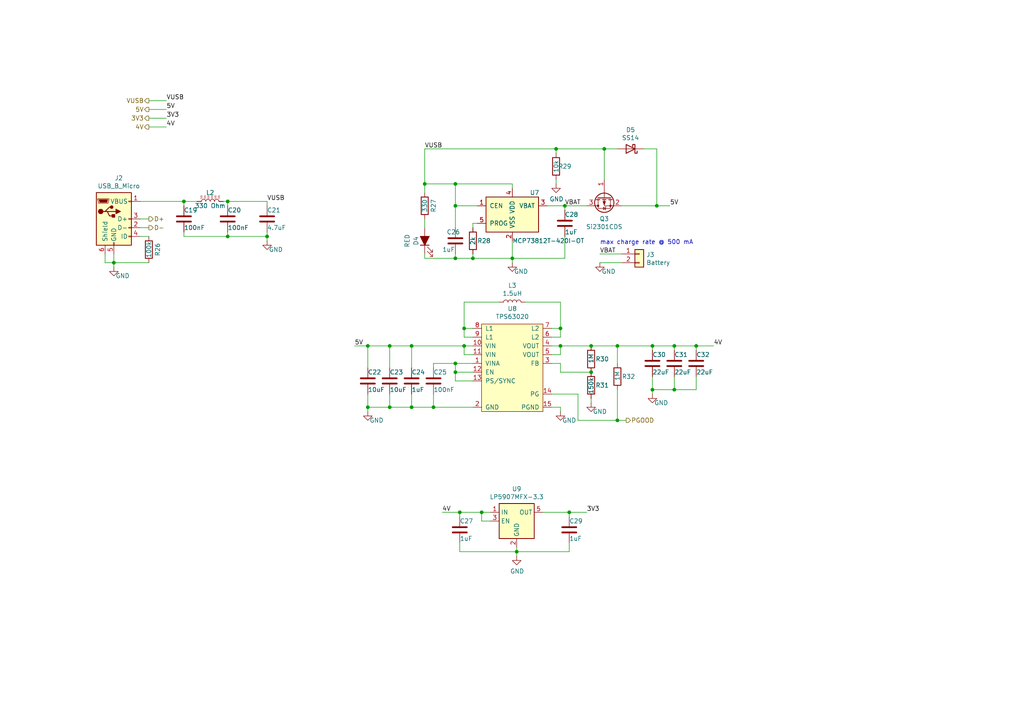
<source format=kicad_sch>
(kicad_sch (version 20211123) (generator eeschema)
  (paper "A4")
  (title_block (title "GPS Tracker Basic") (date "2020-11-07") (rev "1") (company "Sevlacnog Enterprises"))
  (lib_symbols
    (symbol "Battery_Management:MCP73812T-420I-OT" (pin_names (offset 1.016))
      (property "Reference" "U" (at -6.35 6.35 0))
      (property "Value" "MCP73812T-420I-OT" (at 1.27 6.35 0))
      (symbol "MCP73812T-420I-OT_0_1"
        (rectangle (start -7.62 5.08) (end 7.62 -5.08) (stroke (width 0.254)) (fill (type background)))
      )
      (symbol "MCP73812T-420I-OT_1_1"
        (pin input line (at -10.16 2.54 0) (length 2.54) (name "CEN") (number "1"))
        (pin power_in line (at 0 -7.62 90) (length 2.54) (name "VSS") (number "2"))
        (pin power_out line (at 10.16 2.54 180) (length 2.54) (name "VBAT") (number "3"))
        (pin power_in line (at 0 7.62 270) (length 2.54) (name "VDD") (number "4"))
        (pin input line (at -10.16 -2.54 0) (length 2.54) (name "PROG") (number "5"))
      )
    )
    (symbol "Connector:USB_B_Micro" (pin_names (offset 1.016))
      (property "Reference" "J" (at -5.08 11.43 0))
      (property "Value" "USB_B_Micro" (at -5.08 8.89 0))
      (symbol "USB_B_Micro_0_1"
        (rectangle (start -5.08 -7.62) (end 5.08 7.62) (stroke (width 0.254)) (fill (type background)))
        (circle (center -3.81 2.159) (radius 0.635) (stroke (width 0.254)) (fill (type outline)))
        (circle (center -0.635 3.429) (radius 0.381) (stroke (width 0.254)) (fill (type outline)))
        (rectangle (start -0.127 -7.62) (end 0.127 -6.858))
        (polyline (pts (xy -1.905 2.159) (xy 0.635 2.159)) (stroke (width 0.254)))
        (polyline (pts (xy -3.175 2.159) (xy -2.54 2.159) (xy -1.27 3.429) (xy -0.635 3.429)) (stroke (width 0.254)))
        (polyline (pts (xy -2.54 2.159) (xy -1.905 2.159) (xy -1.27 0.889) (xy 0 0.889)) (stroke (width 0.254)))
        (polyline (pts (xy 0.635 2.794) (xy 0.635 1.524) (xy 1.905 2.159) (xy 0.635 2.794)) (stroke (width 0.254)) (fill (type outline)))
        (polyline (pts (xy -4.318 5.588) (xy -1.778 5.588) (xy -2.032 4.826) (xy -4.064 4.826) (xy -4.318 5.588)) (fill (type outline)))
        (polyline (pts (xy -4.699 5.842) (xy -4.699 5.588) (xy -4.445 4.826) (xy -4.445 4.572) (xy -1.651 4.572) (xy -1.651 4.826) (xy -1.397 5.588) (xy -1.397 5.842) (xy -4.699 5.842)))
        (rectangle (start 0.254 1.27) (end -0.508 0.508) (stroke (width 0.254)) (fill (type outline)))
        (rectangle (start 5.08 -5.207) (end 4.318 -4.953))
        (rectangle (start 5.08 -2.667) (end 4.318 -2.413))
        (rectangle (start 5.08 -0.127) (end 4.318 0.127))
        (rectangle (start 5.08 4.953) (end 4.318 5.207))
      )
      (symbol "USB_B_Micro_1_1"
        (pin power_out line (at 7.62 5.08 180) (length 2.54) (name "VBUS") (number "1"))
        (pin bidirectional line (at 7.62 -2.54 180) (length 2.54) (name "D-") (number "2"))
        (pin bidirectional line (at 7.62 0 180) (length 2.54) (name "D+") (number "3"))
        (pin passive line (at 7.62 -5.08 180) (length 2.54) (name "ID") (number "4"))
        (pin power_out line (at 0 -10.16 90) (length 2.54) (name "GND") (number "5"))
        (pin passive line (at -2.54 -10.16 90) (length 2.54) (name "Shield") (number "6"))
      )
    )
    (symbol "Connector_Generic:Conn_01x02" (pin_names (offset 1.016) hide)
      (property "Reference" "J" (at 0 2.54 0))
      (property "Value" "Conn_01x02" (at 0 -5.08 0))
      (symbol "Conn_01x02_1_1"
        (rectangle (start -1.27 -2.413) (end 0 -2.667) (stroke (width 0.1524)))
        (rectangle (start -1.27 0.127) (end 0 -0.127) (stroke (width 0.1524)))
        (rectangle (start -1.27 1.27) (end 1.27 -3.81) (stroke (width 0.254)) (fill (type background)))
        (pin passive line (at -5.08 0 0) (length 3.81) (name "Pin_1") (number "1"))
        (pin passive line (at -5.08 -2.54 0) (length 3.81) (name "Pin_2") (number "2"))
      )
    )
    (symbol "Device:C" (pin_numbers hide) (pin_names (offset 0.254))
      (property "Reference" "C" (at 0.635 2.54 0))
      (property "Value" "C" (at 0.635 -2.54 0))
      (symbol "C_0_1"
        (polyline (pts (xy -2.032 -0.762) (xy 2.032 -0.762)) (stroke (width 0.508)))
        (polyline (pts (xy -2.032 0.762) (xy 2.032 0.762)) (stroke (width 0.508)))
      )
      (symbol "C_1_1"
        (pin passive line (at 0 3.81 270) (length 2.794) (name "~") (number "1"))
        (pin passive line (at 0 -3.81 90) (length 2.794) (name "~") (number "2"))
      )
    )
    (symbol "Device:D_Schottky" (pin_numbers hide) (pin_names (offset 1.016) hide)
      (property "Reference" "D" (at 0 2.54 0))
      (property "Value" "D_Schottky" (at 0 -2.54 0))
      (symbol "D_Schottky_0_1"
        (polyline (pts (xy 1.27 0) (xy -1.27 0)))
        (polyline (pts (xy 1.27 1.27) (xy 1.27 -1.27) (xy -1.27 0) (xy 1.27 1.27)) (stroke (width 0.254)))
        (polyline (pts (xy -1.905 0.635) (xy -1.905 1.27) (xy -1.27 1.27) (xy -1.27 -1.27) (xy -0.635 -1.27) (xy -0.635 -0.635)) (stroke (width 0.254)))
      )
      (symbol "D_Schottky_1_1"
        (pin passive line (at -3.81 0 0) (length 2.54) (name "K") (number "1"))
        (pin passive line (at 3.81 0 180) (length 2.54) (name "A") (number "2"))
      )
    )
    (symbol "Device:L" (pin_numbers hide) (pin_names (offset 1.016) hide)
      (property "Reference" "L" (at -1.27 0 90))
      (property "Value" "L" (at 1.905 0 90))
      (symbol "L_0_1"
        (arc (start 0 -2.54) (mid 0.635 -1.905) (end 0 -1.27))
        (arc (start 0 -1.27) (mid 0.635 -0.635) (end 0 0))
        (arc (start 0 0) (mid 0.635 0.635) (end 0 1.27))
        (arc (start 0 1.27) (mid 0.635 1.905) (end 0 2.54))
      )
      (symbol "L_1_1"
        (pin passive line (at 0 3.81 270) (length 1.27) (name "1") (number "1"))
        (pin passive line (at 0 -3.81 90) (length 1.27) (name "2") (number "2"))
      )
    )
    (symbol "Device:LED_ALT" (pin_numbers hide) (pin_names (offset 1.016) hide)
      (property "Reference" "D" (at 0 2.54 0))
      (property "Value" "Device_LED_ALT" (at 0 -2.54 0))
      (symbol "LED_ALT_0_1"
        (polyline (pts (xy -1.27 -1.27) (xy -1.27 1.27)) (stroke (width 0.254)))
        (polyline (pts (xy -1.27 0) (xy 1.27 0)))
        (polyline (pts (xy 1.27 -1.27) (xy 1.27 1.27) (xy -1.27 0) (xy 1.27 -1.27)) (stroke (width 0.254)) (fill (type outline)))
        (polyline (pts (xy -3.048 -0.762) (xy -4.572 -2.286) (xy -3.81 -2.286) (xy -4.572 -2.286) (xy -4.572 -1.524)))
        (polyline (pts (xy -1.778 -0.762) (xy -3.302 -2.286) (xy -2.54 -2.286) (xy -3.302 -2.286) (xy -3.302 -1.524)))
      )
      (symbol "LED_ALT_1_1"
        (pin passive line (at -3.81 0 0) (length 2.54) (name "K") (number "1"))
        (pin passive line (at 3.81 0 180) (length 2.54) (name "A") (number "2"))
      )
    )
    (symbol "Device:L_Core_Ferrite" (pin_numbers hide) (pin_names (offset 1.016) hide)
      (property "Reference" "L" (at -1.27 0 90))
      (property "Value" "Device_L_Core_Ferrite" (at 2.794 0 90))
      (symbol "L_Core_Ferrite_0_1"
        (arc (start 0 -2.54) (mid 0.635 -1.905) (end 0 -1.27))
        (arc (start 0 -1.27) (mid 0.635 -0.635) (end 0 0))
        (polyline (pts (xy 1.016 -2.794) (xy 1.016 -2.286)))
        (polyline (pts (xy 1.016 -1.778) (xy 1.016 -1.27)))
        (polyline (pts (xy 1.016 -0.762) (xy 1.016 -0.254)))
        (polyline (pts (xy 1.016 0.254) (xy 1.016 0.762)))
        (polyline (pts (xy 1.016 1.27) (xy 1.016 1.778)))
        (polyline (pts (xy 1.016 2.286) (xy 1.016 2.794)))
        (polyline (pts (xy 1.524 -2.286) (xy 1.524 -2.794)))
        (polyline (pts (xy 1.524 -1.27) (xy 1.524 -1.778)))
        (polyline (pts (xy 1.524 -0.254) (xy 1.524 -0.762)))
        (polyline (pts (xy 1.524 0.762) (xy 1.524 0.254)))
        (polyline (pts (xy 1.524 1.778) (xy 1.524 1.27)))
        (polyline (pts (xy 1.524 2.794) (xy 1.524 2.286)))
        (arc (start 0 0) (mid 0.635 0.635) (end 0 1.27))
        (arc (start 0 1.27) (mid 0.635 1.905) (end 0 2.54))
      )
      (symbol "L_Core_Ferrite_1_1"
        (pin passive line (at 0 3.81 270) (length 1.27) (name "1") (number "1"))
        (pin passive line (at 0 -3.81 90) (length 1.27) (name "2") (number "2"))
      )
    )
    (symbol "Device:Q_PMOS_GSD" (pin_names (offset 0) hide)
      (property "Reference" "Q" (at 5.08 1.27 0))
      (property "Value" "Q_PMOS_GSD" (at 5.08 -1.27 0))
      (symbol "Q_PMOS_GSD_0_1"
        (polyline (pts (xy 0.254 0) (xy -2.54 0)))
        (polyline (pts (xy 0.254 1.905) (xy 0.254 -1.905)) (stroke (width 0.254)))
        (polyline (pts (xy 0.762 -1.27) (xy 0.762 -2.286)) (stroke (width 0.254)))
        (polyline (pts (xy 0.762 0.508) (xy 0.762 -0.508)) (stroke (width 0.254)))
        (polyline (pts (xy 0.762 2.286) (xy 0.762 1.27)) (stroke (width 0.254)))
        (polyline (pts (xy 2.54 2.54) (xy 2.54 1.778)))
        (polyline (pts (xy 2.54 -2.54) (xy 2.54 0) (xy 0.762 0)))
        (polyline (pts (xy 0.762 1.778) (xy 3.302 1.778) (xy 3.302 -1.778) (xy 0.762 -1.778)))
        (polyline (pts (xy 2.286 0) (xy 1.27 0.381) (xy 1.27 -0.381) (xy 2.286 0)) (fill (type outline)))
        (polyline (pts (xy 2.794 -0.508) (xy 2.921 -0.381) (xy 3.683 -0.381) (xy 3.81 -0.254)))
        (polyline (pts (xy 3.302 -0.381) (xy 2.921 0.254) (xy 3.683 0.254) (xy 3.302 -0.381)))
        (circle (center 1.651 0) (radius 2.794) (stroke (width 0.254)))
        (circle (center 2.54 -1.778) (radius 0.254) (fill (type outline)))
        (circle (center 2.54 1.778) (radius 0.254) (fill (type outline)))
      )
      (symbol "Q_PMOS_GSD_1_1"
        (pin input line (at -5.08 0 0) (length 2.54) (name "G") (number "1"))
        (pin passive line (at 2.54 -5.08 90) (length 2.54) (name "S") (number "2"))
        (pin passive line (at 2.54 5.08 270) (length 2.54) (name "D") (number "3"))
      )
    )
    (symbol "Device:R" (pin_numbers hide) (pin_names (offset 0))
      (property "Reference" "R" (at 2.032 0 90))
      (property "Value" "R" (at 0 0 90))
      (symbol "R_0_1"
        (rectangle (start -1.016 -2.54) (end 1.016 2.54) (stroke (width 0.254)))
      )
      (symbol "R_1_1"
        (pin passive line (at 0 3.81 270) (length 1.27) (name "~") (number "1"))
        (pin passive line (at 0 -3.81 90) (length 1.27) (name "~") (number "2"))
      )
    )
    (symbol "Regulator_Linear:LP5907MFX-3.3"
      (property "Reference" "U" (at -3.81 6.35 0))
      (property "Value" "LP5907MFX-3.3" (at 6.35 6.35 0))
      (symbol "LP5907MFX-3.3_0_1"
        (rectangle (start -5.08 -5.08) (end 5.08 5.08) (stroke (width 0.254)) (fill (type background)))
        (pin power_in line (at -7.62 2.54 0) (length 2.54) (name "IN") (number "1"))
        (pin power_in line (at 0 -7.62 90) (length 2.54) (name "GND") (number "2"))
        (pin input line (at -7.62 0 0) (length 2.54) (name "EN") (number "3"))
        (pin no_connect line (at 5.08 0 180) (length 2.54) hide (name "NC") (number "4"))
        (pin power_out line (at 7.62 2.54 180) (length 2.54) (name "OUT") (number "5"))
      )
    )
    (symbol "gps_tracker:TPS63020" (pin_names (offset 1.016))
      (property "Reference" "U" (at 5.08 13.97 0))
      (property "Value" "TPS63020" (at 0 -13.97 0))
      (symbol "TPS63020_0_1"
        (rectangle (start -8.89 12.7) (end 8.89 -12.7) (fill (type background)))
      )
      (symbol "TPS63020_1_1"
        (pin input line (at -11.43 1.27 0) (length 2.54) (name "VINA") (number "1"))
        (pin input line (at -11.43 6.35 0) (length 2.54) (name "VIN") (number "10"))
        (pin input line (at -11.43 3.81 0) (length 2.54) (name "VIN") (number "11"))
        (pin input line (at -11.43 -1.27 0) (length 2.54) (name "EN") (number "12"))
        (pin input line (at -11.43 -3.81 0) (length 2.54) (name "PS/SYNC") (number "13"))
        (pin output line (at 11.43 -7.62 180) (length 2.54) (name "PG") (number "14"))
        (pin passive line (at 11.43 -11.43 180) (length 2.54) (name "PGND") (number "15"))
        (pin input line (at -11.43 -11.43 0) (length 2.54) (name "GND") (number "2"))
        (pin input line (at 11.43 1.27 180) (length 2.54) (name "FB") (number "3"))
        (pin output line (at 11.43 6.35 180) (length 2.54) (name "VOUT") (number "4"))
        (pin passive line (at 11.43 3.81 180) (length 2.54) (name "VOUT") (number "5"))
        (pin input line (at 11.43 8.89 180) (length 2.54) (name "L2") (number "6"))
        (pin input line (at 11.43 11.43 180) (length 2.54) (name "L2") (number "7"))
        (pin input line (at -11.43 11.43 0) (length 2.54) (name "L1") (number "8"))
        (pin input line (at -11.43 8.89 0) (length 2.54) (name "L1") (number "9"))
      )
    )
    (symbol "power:GND" (power) (pin_names (offset 0))
      (property "Value" "GND" (at 0 -3.81 0))
      (symbol "GND_0_1"
        (polyline (pts (xy 0 0) (xy 0 -1.27) (xy 1.27 -1.27) (xy 0 -2.54) (xy -1.27 -1.27) (xy 0 -1.27)))
      )
      (symbol "GND_1_1"
        (pin power_in line (at 0 0 270) (length 0) hide (name "GND") (number "1"))
      )
    )
  )
  (junction (at 171.45 100.33))
  (junction (at 132.08 59.69))
  (junction (at 195.58 113.03))
  (junction (at 33.02 76.2))
  (junction (at 132.08 53.34))
  (junction (at 195.58 100.33))
  (junction (at 123.19 53.34))
  (junction (at 106.68 118.11))
  (junction (at 148.59 74.93))
  (junction (at 125.73 118.11))
  (junction (at 119.38 100.33))
  (junction (at 139.7 148.59))
  (junction (at 179.07 100.33))
  (junction (at 119.38 118.11))
  (junction (at 190.5 59.69))
  (junction (at 113.03 118.11))
  (junction (at 161.29 43.18))
  (junction (at 132.08 105.41))
  (junction (at 162.56 95.25))
  (junction (at 66.04 68.58))
  (junction (at 106.68 100.33))
  (junction (at 162.56 100.33))
  (junction (at 53.34 58.42))
  (junction (at 149.86 160.02))
  (junction (at 163.83 59.69))
  (junction (at 132.08 74.93))
  (junction (at 113.03 100.33))
  (junction (at 165.1 148.59))
  (junction (at 201.93 100.33))
  (junction (at 133.35 148.59))
  (junction (at 134.62 100.33))
  (junction (at 134.62 95.25))
  (junction (at 132.08 107.95))
  (junction (at 189.23 113.03))
  (junction (at 179.07 121.92))
  (junction (at 77.47 68.58))
  (junction (at 66.04 58.42))
  (junction (at 171.45 107.95))
  (junction (at 189.23 100.33))
  (junction (at 137.16 74.93))
  (junction (at 175.26 43.18))
  (wire (pts (xy 148.59 53.34) (xy 132.08 53.34)))
  (wire (pts (xy 149.86 161.29) (xy 149.86 160.02)))
  (wire (pts (xy 137.16 74.93) (xy 148.59 74.93)))
  (wire (pts (xy 171.45 107.95) (xy 162.56 107.95)))
  (wire (pts (xy 66.04 67.31) (xy 66.04 68.58)))
  (wire (pts (xy 132.08 66.04) (xy 132.08 59.69)))
  (wire (pts (xy 180.34 76.2) (xy 173.99 76.2)))
  (wire (pts (xy 160.02 118.11) (xy 162.56 118.11)))
  (wire (pts (xy 179.07 105.41) (xy 179.07 100.33)))
  (wire (pts (xy 137.16 97.79) (xy 134.62 97.79)))
  (wire (pts (xy 64.77 58.42) (xy 66.04 58.42)))
  (wire (pts (xy 53.34 67.31) (xy 53.34 68.58)))
  (wire (pts (xy 134.62 102.87) (xy 134.62 100.33)))
  (wire (pts (xy 162.56 100.33) (xy 171.45 100.33)))
  (wire (pts (xy 179.07 43.18) (xy 175.26 43.18)))
  (wire (pts (xy 119.38 100.33) (xy 134.62 100.33)))
  (wire (pts (xy 137.16 102.87) (xy 134.62 102.87)))
  (wire (pts (xy 119.38 118.11) (xy 125.73 118.11)))
  (wire (pts (xy 162.56 105.41) (xy 162.56 107.95)))
  (wire (pts (xy 106.68 118.11) (xy 113.03 118.11)))
  (wire (pts (xy 165.1 160.02) (xy 165.1 157.48)))
  (wire (pts (xy 162.56 119.38) (xy 162.56 118.11)))
  (wire (pts (xy 190.5 43.18) (xy 190.5 59.69)))
  (wire (pts (xy 189.23 113.03) (xy 189.23 109.22)))
  (wire (pts (xy 134.62 95.25) (xy 134.62 87.63)))
  (wire (pts (xy 161.29 53.34) (xy 161.29 52.07)))
  (wire (pts (xy 57.15 58.42) (xy 53.34 58.42)))
  (wire (pts (xy 142.24 151.13) (xy 139.7 151.13)))
  (wire (pts (xy 195.58 100.33) (xy 201.93 100.33)))
  (wire (pts (xy 162.56 102.87) (xy 162.56 100.33)))
  (wire (pts (xy 201.93 113.03) (xy 195.58 113.03)))
  (wire (pts (xy 123.19 43.18) (xy 161.29 43.18)))
  (wire (pts (xy 133.35 149.86) (xy 133.35 148.59)))
  (wire (pts (xy 180.34 59.69) (xy 190.5 59.69)))
  (wire (pts (xy 163.83 68.58) (xy 163.83 74.93)))
  (wire (pts (xy 160.02 100.33) (xy 162.56 100.33)))
  (wire (pts (xy 160.02 114.3) (xy 167.64 114.3)))
  (wire (pts (xy 66.04 68.58) (xy 77.47 68.58)))
  (wire (pts (xy 162.56 95.25) (xy 162.56 87.63)))
  (wire (pts (xy 160.02 97.79) (xy 162.56 97.79)))
  (wire (pts (xy 158.75 59.69) (xy 163.83 59.69)))
  (wire (pts (xy 161.29 43.18) (xy 161.29 44.45)))
  (wire (pts (xy 179.07 121.92) (xy 181.61 121.92)))
  (wire (pts (xy 149.86 160.02) (xy 149.86 158.75)))
  (wire (pts (xy 179.07 100.33) (xy 189.23 100.33)))
  (wire (pts (xy 132.08 53.34) (xy 132.08 59.69)))
  (wire (pts (xy 201.93 100.33) (xy 201.93 101.6)))
  (wire (pts (xy 33.02 76.2) (xy 33.02 77.47)))
  (wire (pts (xy 113.03 118.11) (xy 119.38 118.11)))
  (wire (pts (xy 113.03 100.33) (xy 106.68 100.33)))
  (wire (pts (xy 132.08 107.95) (xy 137.16 107.95)))
  (wire (pts (xy 77.47 69.85) (xy 77.47 68.58)))
  (wire (pts (xy 43.18 76.2) (xy 33.02 76.2)))
  (wire (pts (xy 175.26 43.18) (xy 161.29 43.18)))
  (wire (pts (xy 125.73 118.11) (xy 137.16 118.11)))
  (wire (pts (xy 53.34 59.69) (xy 53.34 58.42)))
  (wire (pts (xy 134.62 97.79) (xy 134.62 95.25)))
  (wire (pts (xy 43.18 31.75) (xy 48.26 31.75)))
  (wire (pts (xy 106.68 114.3) (xy 106.68 118.11)))
  (wire (pts (xy 171.45 116.84) (xy 171.45 115.57)))
  (wire (pts (xy 195.58 100.33) (xy 195.58 101.6)))
  (wire (pts (xy 33.02 73.66) (xy 33.02 76.2)))
  (wire (pts (xy 160.02 102.87) (xy 162.56 102.87)))
  (wire (pts (xy 30.48 76.2) (xy 33.02 76.2)))
  (wire (pts (xy 201.93 109.22) (xy 201.93 113.03)))
  (wire (pts (xy 163.83 60.96) (xy 163.83 59.69)))
  (wire (pts (xy 137.16 95.25) (xy 134.62 95.25)))
  (wire (pts (xy 132.08 53.34) (xy 123.19 53.34)))
  (wire (pts (xy 77.47 58.42) (xy 66.04 58.42)))
  (wire (pts (xy 139.7 148.59) (xy 133.35 148.59)))
  (wire (pts (xy 189.23 100.33) (xy 189.23 101.6)))
  (wire (pts (xy 160.02 95.25) (xy 162.56 95.25)))
  (wire (pts (xy 138.43 64.77) (xy 137.16 64.77)))
  (wire (pts (xy 132.08 59.69) (xy 138.43 59.69)))
  (wire (pts (xy 43.18 68.58) (xy 40.64 68.58)))
  (wire (pts (xy 123.19 53.34) (xy 123.19 43.18)))
  (wire (pts (xy 137.16 74.93) (xy 137.16 73.66)))
  (wire (pts (xy 106.68 100.33) (xy 106.68 106.68)))
  (wire (pts (xy 123.19 74.93) (xy 132.08 74.93)))
  (wire (pts (xy 134.62 87.63) (xy 144.78 87.63)))
  (wire (pts (xy 43.18 36.83) (xy 48.26 36.83)))
  (wire (pts (xy 162.56 87.63) (xy 152.4 87.63)))
  (wire (pts (xy 113.03 114.3) (xy 113.03 118.11)))
  (wire (pts (xy 30.48 73.66) (xy 30.48 76.2)))
  (wire (pts (xy 162.56 97.79) (xy 162.56 95.25)))
  (wire (pts (xy 43.18 34.29) (xy 48.26 34.29)))
  (wire (pts (xy 53.34 58.42) (xy 40.64 58.42)))
  (wire (pts (xy 165.1 148.59) (xy 170.18 148.59)))
  (wire (pts (xy 132.08 107.95) (xy 132.08 110.49)))
  (wire (pts (xy 43.18 63.5) (xy 40.64 63.5)))
  (wire (pts (xy 125.73 105.41) (xy 132.08 105.41)))
  (wire (pts (xy 175.26 43.18) (xy 175.26 52.07)))
  (wire (pts (xy 132.08 105.41) (xy 137.16 105.41)))
  (wire (pts (xy 77.47 59.69) (xy 77.47 58.42)))
  (wire (pts (xy 190.5 43.18) (xy 186.69 43.18)))
  (wire (pts (xy 125.73 106.68) (xy 125.73 105.41)))
  (wire (pts (xy 149.86 160.02) (xy 165.1 160.02)))
  (wire (pts (xy 53.34 68.58) (xy 66.04 68.58)))
  (wire (pts (xy 163.83 74.93) (xy 148.59 74.93)))
  (wire (pts (xy 167.64 121.92) (xy 179.07 121.92)))
  (wire (pts (xy 157.48 148.59) (xy 165.1 148.59)))
  (wire (pts (xy 148.59 76.2) (xy 148.59 74.93)))
  (wire (pts (xy 132.08 74.93) (xy 137.16 74.93)))
  (wire (pts (xy 165.1 149.86) (xy 165.1 148.59)))
  (wire (pts (xy 189.23 114.3) (xy 189.23 113.03)))
  (wire (pts (xy 195.58 113.03) (xy 189.23 113.03)))
  (wire (pts (xy 123.19 53.34) (xy 123.19 55.88)))
  (wire (pts (xy 160.02 105.41) (xy 162.56 105.41)))
  (wire (pts (xy 201.93 100.33) (xy 207.01 100.33)))
  (wire (pts (xy 189.23 100.33) (xy 195.58 100.33)))
  (wire (pts (xy 179.07 113.03) (xy 179.07 121.92)))
  (wire (pts (xy 113.03 100.33) (xy 113.03 106.68)))
  (wire (pts (xy 119.38 114.3) (xy 119.38 118.11)))
  (wire (pts (xy 190.5 59.69) (xy 194.31 59.69)))
  (wire (pts (xy 123.19 73.66) (xy 123.19 74.93)))
  (wire (pts (xy 167.64 121.92) (xy 167.64 114.3)))
  (wire (pts (xy 106.68 100.33) (xy 102.87 100.33)))
  (wire (pts (xy 148.59 74.93) (xy 148.59 69.85)))
  (wire (pts (xy 43.18 29.21) (xy 48.26 29.21)))
  (wire (pts (xy 125.73 114.3) (xy 125.73 118.11)))
  (wire (pts (xy 180.34 73.66) (xy 173.99 73.66)))
  (wire (pts (xy 170.18 59.69) (xy 163.83 59.69)))
  (wire (pts (xy 132.08 105.41) (xy 132.08 107.95)))
  (wire (pts (xy 119.38 100.33) (xy 113.03 100.33)))
  (wire (pts (xy 123.19 63.5) (xy 123.19 66.04)))
  (wire (pts (xy 195.58 109.22) (xy 195.58 113.03)))
  (wire (pts (xy 40.64 66.04) (xy 43.18 66.04)))
  (wire (pts (xy 137.16 66.04) (xy 137.16 64.77)))
  (wire (pts (xy 149.86 160.02) (xy 133.35 160.02)))
  (wire (pts (xy 66.04 58.42) (xy 66.04 59.69)))
  (wire (pts (xy 133.35 148.59) (xy 128.27 148.59)))
  (wire (pts (xy 139.7 151.13) (xy 139.7 148.59)))
  (wire (pts (xy 142.24 148.59) (xy 139.7 148.59)))
  (wire (pts (xy 77.47 68.58) (xy 77.47 67.31)))
  (wire (pts (xy 132.08 73.66) (xy 132.08 74.93)))
  (wire (pts (xy 134.62 100.33) (xy 137.16 100.33)))
  (wire (pts (xy 148.59 53.34) (xy 148.59 54.61)))
  (wire (pts (xy 106.68 118.11) (xy 106.68 119.38)))
  (wire (pts (xy 133.35 157.48) (xy 133.35 160.02)))
  (wire (pts (xy 179.07 100.33) (xy 171.45 100.33)))
  (wire (pts (xy 132.08 110.49) (xy 137.16 110.49)))
  (wire (pts (xy 119.38 100.33) (xy 119.38 106.68)))
  (text "max charge rate @ 500 mA" (at 173.99 71.12 0) (effects (font (size 1.27 1.27)) (justify left bottom)))
  (label "VUSB" (at 77.47 58.42 0))
  (label "VUSB" (at 123.19 43.18 0))
  (label "4V" (at 207.01 100.33 0))
  (label "3V3" (at 170.18 148.59 0))
  (label "5V" (at 102.87 100.33 0))
  (label "4V" (at 48.26 36.83 0))
  (label "4V" (at 128.27 148.59 0))
  (label "VBAT" (at 173.99 73.66 0))
  (label "VBAT" (at 163.83 59.69 0))
  (label "3V3" (at 48.26 34.29 0))
  (label "5V" (at 48.26 31.75 0))
  (label "VUSB" (at 48.26 29.21 0))
  (label "5V" (at 194.31 59.69 0))
  (hierarchical_label "VUSB" (shape output) (at 43.18 29.21 180))
  (hierarchical_label "PGOOD" (shape output) (at 181.61 121.92 0))
  (hierarchical_label "5V" (shape output) (at 43.18 31.75 180))
  (hierarchical_label "D-" (shape output) (at 43.18 66.04 0))
  (hierarchical_label "3V3" (shape output) (at 43.18 34.29 180))
  (hierarchical_label "D+" (shape output) (at 43.18 63.5 0))
  (hierarchical_label "4V" (shape output) (at 43.18 36.83 180))
  (symbol (lib_id "Regulator_Linear:LP5907MFX-3.3") (at 149.86 151.13 0) (unit 1)
    (property "Reference" "U9" (at 149.86 141.8082 0))
    (property "Value" "LP5907MFX-3.3" (at 149.86 144.1196 0))
    (property "Footprint" "Package_TO_SOT_SMD:SOT-23-5" (effects hide))
    (property "Datasheet" "http://www.ti.com/lit/ds/symlink/lp5907.pdf" (effects hide))
    (property "LCSC" "C80670" (effects hide))
    (property "Manufacturer" "Texas Instruments" (effects hide))
    (property "Mfr. PN" "LP5907MFX-3.3/NOPB" (effects hide))
    (property "Supplier" "Mouser" (effects hide))
    (property "Supplier PN" "595-LP5907QMFX-3.3Q1 " (effects hide))
  )
  (symbol (lib_id "Device:L") (at 148.59 87.63 90) (unit 1)
    (property "Reference" "L3" (at 148.59 82.804 90))
    (property "Value" "1.5uH" (at 148.59 85.1154 90))
    (property "Footprint" "Inductor_SMD:L_Bourns_SRN6045TA" (effects hide))
    (property "Datasheet" "https://datasheet.lcsc.com/szlcsc/Sunlord-MWSA0603-1R5MT_C148166.pdf" (effects hide))
    (property "LCSC" "-" (effects hide))
    (property "Manufacturer" "Bourns" (effects hide))
    (property "Mfr. PN" "SRN6045TA-1R5Y " (effects hide))
    (property "Supplier" "Mouser" (effects hide))
    (property "Supplier PN" "652-SRN6045TA-1R5Y" (effects hide))
  )
  (symbol (lib_id "power:GND") (at 106.68 119.38 0) (unit 1)
    (property "Reference" "#PWR025" (effects hide))
    (property "Value" "GND" (at 109.22 121.92 0))
  )
  (symbol (lib_id "power:GND") (at 162.56 119.38 0) (unit 1)
    (property "Reference" "#PWR029" (effects hide))
    (property "Value" "GND" (at 165.1 121.92 0))
  )
  (symbol (lib_id "Device:C") (at 113.03 110.49 0) (unit 1)
    (property "Reference" "C23" (at 113.03 107.95 0) (effects (justify left)))
    (property "Value" "10uF" (at 113.03 113.03 0) (effects (justify left)))
    (property "Footprint" "Capacitor_SMD:C_0603_1608Metric" (effects hide))
    (property "Datasheet" "Samsung-Electro-Mechanics-CL10A106KP8NNNC_C19702.pdf" (effects hide))
    (property "LCSC" "C19702" (effects hide))
    (property "Manufacturer" "Samsung Electro-Mechanics" (effects hide))
    (property "Mfr. PN" "CL10A106KP8NNNC" (effects hide))
    (property "Supplier" "LCSC" (effects hide))
    (property "Supplier PN" "C19702" (effects hide))
  )
  (symbol (lib_id "Device:D_Schottky") (at 182.88 43.18 180) (unit 1)
    (property "Reference" "D5" (at 182.88 37.6682 0))
    (property "Value" "SS14" (at 182.88 39.9796 0))
    (property "Footprint" "Diode_SMD:D_SMA" (effects hide))
    (property "Datasheet" "https://datasheet.lcsc.com/szlcsc/1903051003_MDD-Jiangsu-Yutai-Elec-SS14_C2480.pdf" (effects hide))
    (property "LCSC" "C2480" (effects hide))
    (property "Manufacturer" "MDD( Microdiode Electronics)" (effects hide))
    (property "Mfr. PN" "SS14" (effects hide))
  )
  (symbol (lib_id "Device:R") (at 137.16 69.85 0) (unit 1)
    (property "Reference" "R28" (at 138.43 69.85 0) (effects (justify left)))
    (property "Value" "2k" (at 137.16 71.12 90) (effects (justify left)))
    (property "Footprint" "Resistor_SMD:R_0402_1005Metric" (effects hide))
    (property "Datasheet" "Uniroyal-Elec-0402WGF2001TCE_C4109.pdf" (effects hide))
    (property "LCSC" "C4109" (effects hide))
    (property "Manufacturer" "Uniroyal Elec" (effects hide))
    (property "Mfr. PN" "0402WGF2001TCE" (effects hide))
    (property "Supplier" "Mouser" (effects hide))
  )
  (symbol (lib_id "power:GND") (at 148.59 76.2 0) (unit 1)
    (property "Reference" "#PWR026" (effects hide))
    (property "Value" "GND" (at 151.13 78.74 0))
  )
  (symbol (lib_id "Device:C") (at 163.83 64.77 0) (unit 1)
    (property "Reference" "C28" (at 163.83 62.23 0) (effects (justify left)))
    (property "Value" "1uF" (at 163.83 67.31 0) (effects (justify left)))
    (property "Footprint" "Capacitor_SMD:C_0603_1608Metric" (effects hide))
    (property "Datasheet" "Samsung-Electro-Mechanics-CL10A105KB8NNNC_C15849.pdf" (effects hide))
    (property "LCSC" "C15849" (effects hide))
    (property "Manufacturer" "Samsung Electro-Mechanics" (effects hide))
    (property "Mfr. PN" "CL10A105KB8NNNC" (effects hide))
    (property "Supplier" "LCSC" (effects hide))
    (property "Supplier PN" "C15849" (effects hide))
  )
  (symbol (lib_id "Device:C") (at 132.08 69.85 0) (unit 1)
    (property "Reference" "C26" (at 129.54 67.31 0) (effects (justify left)))
    (property "Value" "1uF" (at 128.27 72.39 0) (effects (justify left)))
    (property "Footprint" "Capacitor_SMD:C_0603_1608Metric" (effects hide))
    (property "Datasheet" "Samsung-Electro-Mechanics-CL10A105KB8NNNC_C15849.pdf" (effects hide))
    (property "LCSC" "C15849" (effects hide))
    (property "Manufacturer" "Samsung Electro-Mechanics" (effects hide))
    (property "Mfr. PN" "CL10A105KB8NNNC" (effects hide))
    (property "Supplier" "LCSC" (effects hide))
    (property "Supplier PN" "C15849" (effects hide))
  )
  (symbol (lib_id "Device:Q_PMOS_GSD") (at 175.26 57.15 90) (mirror x) (unit 1)
    (property "Reference" "Q3" (at 175.26 63.4746 90))
    (property "Value" "Si2301CDS" (at 175.26 65.786 90))
    (property "Footprint" "Package_TO_SOT_SMD:SOT-23" (effects hide))
    (property "Datasheet" "https://datasheet.lcsc.com/szlcsc/1808272021_Vishay-Intertech-SI2301CDS-T1-GE3_C10487.pdf" (effects hide))
    (property "LCSC" "C10487" (effects hide))
    (property "Manufacturer" "Vishay Intertech" (effects hide))
    (property "Mfr. PN" "SI2301CDS-T1-GE3" (effects hide))
    (property "Supplier" "Mouser" (effects hide))
    (property "Supplier PN" "781-SI2301CDS-T1-GE3" (effects hide))
  )
  (symbol (lib_id "Device:LED_ALT") (at 123.19 69.85 90) (unit 1)
    (property "Reference" "D4" (at 120.65 69.85 0))
    (property "Value" "RED" (at 118.11 69.85 0))
    (property "Footprint" "LED_SMD:LED_0805_2012Metric" (effects hide))
    (property "LCSC" "C84256" (effects hide))
    (property "Manufacturer" "Foshan NationStar Optoelectronics" (effects hide))
    (property "Mfr. PN" "FC-2012HRK-620D" (effects hide))
    (property "Supplier" "LCSC" (effects hide))
    (property "Supplier PN" "C84256" (effects hide))
  )
  (symbol (lib_id "power:GND") (at 173.99 76.2 0) (unit 1)
    (property "Reference" "#PWR031" (effects hide))
    (property "Value" "GND" (at 176.53 78.74 0))
  )
  (symbol (lib_id "gps_tracker:TPS63020") (at 148.59 106.68 0) (unit 1)
    (property "Reference" "U8" (at 148.59 89.535 0))
    (property "Value" "TPS63020" (at 148.59 91.8464 0))
    (property "Footprint" "gps_tracker:QFN14_P0.5_4.15x3.15_wThermalVias" (effects hide))
    (property "Datasheet" "https://datasheet.lcsc.com/szlcsc/Texas-Instruments-TI-TPS63020DSJR_C15483.pdf" (effects hide))
    (property "LCSC" "C15483" (effects hide))
    (property "Manufacturer" "Texas Instruments" (effects hide))
    (property "Mfr. PN" "TPS63020DSJR" (effects hide))
    (property "Supplier" "Mouser" (effects hide))
    (property "Supplier PN" "595-TPS63020DSJR" (effects hide))
  )
  (symbol (lib_id "Battery_Management:MCP73812T-420I-OT") (at 148.59 62.23 0) (unit 1)
    (property "Reference" "U7" (at 153.67 55.88 0) (effects (justify left)))
    (property "Value" "MCP73812T-420I-OT" (at 148.59 69.85 0) (effects (justify left)))
    (property "Footprint" "Package_TO_SOT_SMD:SOT-23-5" (effects hide))
    (property "Datasheet" "http://ww1.microchip.com/downloads/en/DeviceDoc/22036b.pdf" (effects hide))
    (property "LCSC" "C144308" (effects hide))
    (property "Manufacturer" "Microchip Tech" (effects hide))
    (property "Mfr. PN" "MCP73812T-420I/OT" (effects hide))
    (property "Supplier" "Mouser" (effects hide))
    (property "Supplier PN" "579-MCP73812T-420IOT " (effects hide))
  )
  (symbol (lib_id "power:GND") (at 161.29 53.34 0) (unit 1)
    (property "Reference" "#PWR028" (effects hide))
    (property "Value" "GND" (at 161.417 57.7342 0))
  )
  (symbol (lib_id "Connector_Generic:Conn_01x02") (at 185.42 73.66 0) (unit 1)
    (property "Reference" "J3" (at 187.452 73.8632 0) (effects (justify left)))
    (property "Value" "Battery" (at 187.452 76.1746 0) (effects (justify left)))
    (property "Footprint" "Connector_PinHeader_2.00mm:PinHeader_1x02_P2.00mm_Vertical" (effects hide))
    (property "LCSC" "-" (effects hide))
    (property "Manufacturer" "-" (effects hide))
    (property "Mfr. PN" "-" (effects hide))
  )
  (symbol (lib_id "Device:C") (at 106.68 110.49 0) (unit 1)
    (property "Reference" "C22" (at 106.68 107.95 0) (effects (justify left)))
    (property "Value" "10uF" (at 106.68 113.03 0) (effects (justify left)))
    (property "Footprint" "Capacitor_SMD:C_0603_1608Metric" (effects hide))
    (property "Datasheet" "Samsung-Electro-Mechanics-CL10A106KP8NNNC_C19702.pdf" (effects hide))
    (property "LCSC" "C19702" (effects hide))
    (property "Manufacturer" "Samsung Electro-Mechanics" (effects hide))
    (property "Mfr. PN" "CL10A106KP8NNNC" (effects hide))
    (property "Supplier" "LCSC" (effects hide))
    (property "Supplier PN" "C19702" (effects hide))
  )
  (symbol (lib_id "power:GND") (at 33.02 77.47 0) (unit 1)
    (property "Reference" "#PWR023" (effects hide))
    (property "Value" "GND" (at 35.56 80.01 0))
  )
  (symbol (lib_id "power:GND") (at 77.47 69.85 0) (unit 1)
    (property "Reference" "#PWR024" (effects hide))
    (property "Value" "GND" (at 80.01 72.39 0))
  )
  (symbol (lib_id "Device:C") (at 53.34 63.5 0) (unit 1)
    (property "Reference" "C19" (at 53.34 60.96 0) (effects (justify left)))
    (property "Value" "100nF" (at 53.34 66.04 0) (effects (justify left)))
    (property "Footprint" "Capacitor_SMD:C_0402_1005Metric" (effects hide))
    (property "Datasheet" "Samsung-Electro-Mechanics-CL05B104KO5NNNC_C1525.pdf" (effects hide))
    (property "LCSC" "C1525" (effects hide))
    (property "Manufacturer" "Samsung Electro-Mechanics" (effects hide))
    (property "Mfr. PN" "CL05B104KO5NNNC" (effects hide))
    (property "Supplier" "LCSC" (effects hide))
    (property "Supplier PN" "C1525" (effects hide))
  )
  (symbol (lib_id "Device:C") (at 66.04 63.5 0) (unit 1)
    (property "Reference" "C20" (at 66.04 60.96 0) (effects (justify left)))
    (property "Value" "100nF" (at 66.04 66.04 0) (effects (justify left)))
    (property "Footprint" "Capacitor_SMD:C_0402_1005Metric" (effects hide))
    (property "Datasheet" "Samsung-Electro-Mechanics-CL05B104KO5NNNC_C1525.pdf" (effects hide))
    (property "LCSC" "C1525" (effects hide))
    (property "Manufacturer" "Samsung Electro-Mechanics" (effects hide))
    (property "Mfr. PN" "CL05B104KO5NNNC" (effects hide))
    (property "Supplier" "LCSC" (effects hide))
    (property "Supplier PN" "C1525" (effects hide))
  )
  (symbol (lib_id "Device:R") (at 171.45 111.76 0) (unit 1)
    (property "Reference" "R31" (at 172.72 111.76 0) (effects (justify left)))
    (property "Value" "150k" (at 171.45 114.3 90) (effects (justify left)))
    (property "Footprint" "Resistor_SMD:R_0603_1608Metric" (effects hide))
    (property "Datasheet" "Uniroyal-Elec-0603WAF1503T5E_C22807.pdf" (effects hide))
    (property "LCSC" "C22807" (effects hide))
    (property "Manufacturer" "Uniroyal Elec" (effects hide))
    (property "Mfr. PN" "0603WAF1503T5E" (effects hide))
    (property "Supplier" "LCSC" (effects hide))
    (property "Supplier PN" "C22807" (effects hide))
  )
  (symbol (lib_id "Device:R") (at 179.07 109.22 0) (unit 1)
    (property "Reference" "R32" (at 180.34 109.22 0) (effects (justify left)))
    (property "Value" "1M" (at 179.07 110.49 90) (effects (justify left)))
    (property "Footprint" "Resistor_SMD:R_0603_1608Metric" (effects hide))
    (property "Datasheet" "Uniroyal-Elec-0603WAF1004T5E_C22935.pdf" (effects hide))
    (property "LCSC" "C22935" (effects hide))
    (property "Manufacturer" "Uniroyal Elec" (effects hide))
    (property "Mfr. PN" "0603WAF1004T5E" (effects hide))
    (property "Supplier" "LCSC" (effects hide))
    (property "Supplier PN" "C22935" (effects hide))
  )
  (symbol (lib_id "Device:C") (at 195.58 105.41 0) (unit 1)
    (property "Reference" "C31" (at 195.58 102.87 0) (effects (justify left)))
    (property "Value" "22uF" (at 195.58 107.95 0) (effects (justify left)))
    (property "Footprint" "Capacitor_SMD:C_0805_2012Metric" (effects hide))
    (property "Datasheet" "Samsung-Electro-Mechanics-CL21A226MAQNNNE_C45783.pdf" (effects hide))
    (property "LCSC" "C45783" (effects hide))
    (property "Manufacturer" "Samsung Electro-Mechanics" (effects hide))
    (property "Mfr. PN" "CL21A226MAQNNNE" (effects hide))
    (property "Supplier" "LCSC" (effects hide))
    (property "Supplier PN" "C45783" (effects hide))
  )
  (symbol (lib_id "power:GND") (at 149.86 161.29 0) (unit 1)
    (property "Reference" "#PWR027" (effects hide))
    (property "Value" "GND" (at 149.987 165.6842 0))
  )
  (symbol (lib_id "Connector:USB_B_Micro") (at 33.02 63.5 0) (unit 1)
    (property "Reference" "J2" (at 34.4678 51.6382 0))
    (property "Value" "USB_B_Micro" (at 34.4678 53.9496 0))
    (property "Footprint" "Connector_USB:USB_Micro-B_Amphenol_10118194_Horizontal" (effects hide))
    (property "LCSC" "-" (effects hide))
    (property "Manufacturer" "Amphenol" (effects hide))
    (property "Mfr. PN" "10118194-0001LF" (effects hide))
    (property "Supplier" "Mouser" (effects hide))
    (property "Supplier PN" "649-10118194-0001LF" (effects hide))
  )
  (symbol (lib_id "Device:C") (at 77.47 63.5 0) (unit 1)
    (property "Reference" "C21" (at 77.47 60.96 0) (effects (justify left)))
    (property "Value" "4.7uF" (at 77.47 66.04 0) (effects (justify left)))
    (property "Footprint" "Capacitor_SMD:C_0603_1608Metric" (effects hide))
    (property "Datasheet" "https://datasheet.lcsc.com/szlcsc/Samsung-Electro-Mechanics-CL10A475KO8NNNC_C19666.pdf" (effects hide))
    (property "LCSC" "C19666" (effects hide))
    (property "Manufacturer" "SAMSUNG" (effects hide))
    (property "Mfr. PN" "CL10A475KO8NNNC" (effects hide))
    (property "Supplier" "LCSC" (effects hide))
    (property "Supplier PN" "C19666" (effects hide))
  )
  (symbol (lib_id "Device:R") (at 43.18 72.39 0) (unit 1)
    (property "Reference" "R26" (at 45.72 72.39 90))
    (property "Value" "100k" (at 43.18 72.39 90))
    (property "Footprint" "Resistor_SMD:R_0603_1608Metric" (effects hide))
    (property "LCSC" "C25803" (effects hide))
    (property "Manufacturer" "Uniroyal Elec" (effects hide))
    (property "Mfr. PN" "0603WAF1003T5E" (effects hide))
    (property "Supplier" "Mouser" (effects hide))
  )
  (symbol (lib_id "Device:L_Core_Ferrite") (at 60.96 58.42 90) (unit 1)
    (property "Reference" "L2" (at 60.96 55.88 90))
    (property "Value" "330 Ohm" (at 60.96 59.69 90))
    (property "Footprint" "Inductor_SMD:L_0805_2012Metric" (effects hide))
    (property "Datasheet" "https://pt.mouser.com/datasheet/2/281/ENFA0005-1485072.pdf" (effects hide))
    (property "LCSC" "-" (effects hide))
    (property "Manufacturer" "Murata Electronics" (effects hide))
    (property "Mfr. PN" "BLM21PG331SN1D" (effects hide))
    (property "Supplier" "Mouser" (effects hide))
    (property "Supplier PN" "81-BLM21P331SG" (effects hide))
  )
  (symbol (lib_id "Device:C") (at 125.73 110.49 0) (unit 1)
    (property "Reference" "C25" (at 125.73 107.95 0) (effects (justify left)))
    (property "Value" "100nF" (at 125.73 113.03 0) (effects (justify left)))
    (property "Footprint" "Capacitor_SMD:C_0402_1005Metric" (effects hide))
    (property "Datasheet" "Samsung-Electro-Mechanics-CL05B104KO5NNNC_C1525.pdf" (effects hide))
    (property "LCSC" "C1525" (effects hide))
    (property "Manufacturer" "Samsung Electro-Mechanics" (effects hide))
    (property "Mfr. PN" "CL05B104KO5NNNC" (effects hide))
    (property "Supplier" "LCSC" (effects hide))
    (property "Supplier PN" "C1525" (effects hide))
  )
  (symbol (lib_id "Device:R") (at 171.45 104.14 0) (unit 1)
    (property "Reference" "R30" (at 172.72 104.14 0) (effects (justify left)))
    (property "Value" "1M" (at 171.45 105.41 90) (effects (justify left)))
    (property "Footprint" "Resistor_SMD:R_0603_1608Metric" (effects hide))
    (property "Datasheet" "Uniroyal-Elec-0603WAF1004T5E_C22935.pdf" (effects hide))
    (property "LCSC" "C22935" (effects hide))
    (property "Manufacturer" "Uniroyal Elec" (effects hide))
    (property "Mfr. PN" "0603WAF1004T5E" (effects hide))
    (property "Supplier" "LCSC" (effects hide))
    (property "Supplier PN" "C22935" (effects hide))
  )
  (symbol (lib_id "power:GND") (at 171.45 116.84 0) (unit 1)
    (property "Reference" "#PWR030" (effects hide))
    (property "Value" "GND" (at 173.99 119.38 0))
  )
  (symbol (lib_id "Device:C") (at 189.23 105.41 0) (unit 1)
    (property "Reference" "C30" (at 189.23 102.87 0) (effects (justify left)))
    (property "Value" "22uF" (at 189.23 107.95 0) (effects (justify left)))
    (property "Footprint" "Capacitor_SMD:C_0805_2012Metric" (effects hide))
    (property "Datasheet" "Samsung-Electro-Mechanics-CL21A226MAQNNNE_C45783.pdf" (effects hide))
    (property "LCSC" "C45783" (effects hide))
    (property "Manufacturer" "Samsung Electro-Mechanics" (effects hide))
    (property "Mfr. PN" "CL21A226MAQNNNE" (effects hide))
    (property "Supplier" "LCSC" (effects hide))
    (property "Supplier PN" "C45783" (effects hide))
  )
  (symbol (lib_id "power:GND") (at 189.23 114.3 0) (unit 1)
    (property "Reference" "#PWR032" (effects hide))
    (property "Value" "GND" (at 191.77 116.84 0))
  )
  (symbol (lib_id "Device:C") (at 201.93 105.41 0) (unit 1)
    (property "Reference" "C32" (at 201.93 102.87 0) (effects (justify left)))
    (property "Value" "22uF" (at 201.93 107.95 0) (effects (justify left)))
    (property "Footprint" "Capacitor_SMD:C_0805_2012Metric" (effects hide))
    (property "Datasheet" "Samsung-Electro-Mechanics-CL21A226MAQNNNE_C45783.pdf" (effects hide))
    (property "LCSC" "C45783" (effects hide))
    (property "Manufacturer" "Samsung Electro-Mechanics" (effects hide))
    (property "Mfr. PN" "CL21A226MAQNNNE" (effects hide))
    (property "Supplier" "LCSC" (effects hide))
    (property "Supplier PN" "C45783" (effects hide))
  )
  (symbol (lib_id "Device:C") (at 133.35 153.67 0) (unit 1)
    (property "Reference" "C27" (at 133.35 151.13 0) (effects (justify left)))
    (property "Value" "1uF" (at 133.35 156.21 0) (effects (justify left)))
    (property "Footprint" "Capacitor_SMD:C_0603_1608Metric" (effects hide))
    (property "Datasheet" "Samsung-Electro-Mechanics-CL10A105KB8NNNC_C15849.pdf" (effects hide))
    (property "LCSC" "C15849" (effects hide))
    (property "Manufacturer" "Samsung Electro-Mechanics" (effects hide))
    (property "Mfr. PN" "CL10A105KB8NNNC" (effects hide))
    (property "Supplier" "LCSC" (effects hide))
    (property "Supplier PN" "C15849" (effects hide))
  )
  (symbol (lib_id "Device:C") (at 165.1 153.67 0) (unit 1)
    (property "Reference" "C29" (at 165.1 151.13 0) (effects (justify left)))
    (property "Value" "1uF" (at 165.1 156.21 0) (effects (justify left)))
    (property "Footprint" "Capacitor_SMD:C_0603_1608Metric" (effects hide))
    (property "Datasheet" "Samsung-Electro-Mechanics-CL10A105KB8NNNC_C15849.pdf" (effects hide))
    (property "LCSC" "C15849" (effects hide))
    (property "Manufacturer" "Samsung Electro-Mechanics" (effects hide))
    (property "Mfr. PN" "CL10A105KB8NNNC" (effects hide))
    (property "Supplier" "LCSC" (effects hide))
    (property "Supplier PN" "C15849" (effects hide))
  )
  (symbol (lib_id "Device:R") (at 161.29 48.26 0) (unit 1)
    (property "Reference" "R29" (at 163.83 48.26 0))
    (property "Value" "10k" (at 161.29 48.26 90))
    (property "Footprint" "Resistor_SMD:R_0402_1005Metric" (effects hide))
    (property "Datasheet" "https://datasheet.lcsc.com/szlcsc/Uniroyal-Elec-0402WGF1002TCE_C25744.pdf" (effects hide))
    (property "LCSC" "C25744" (effects hide))
    (property "Manufacturer" "Uniroyal Elec" (effects hide))
    (property "Mfr. PN" "0402WGF1002TCE" (effects hide))
    (property "Supplier" "LCSC" (effects hide))
    (property "Supplier PN" "C25744" (effects hide))
  )
  (symbol (lib_id "Device:R") (at 123.19 59.69 180) (unit 1)
    (property "Reference" "R27" (at 125.73 59.69 90))
    (property "Value" "330" (at 123.19 59.69 90))
    (property "Footprint" "Resistor_SMD:R_0402_1005Metric" (effects hide))
    (property "Datasheet" "Uniroyal-Elec-0402WGF3300TCE_C25104.pdf" (effects hide))
    (property "LCSC" "C25104" (effects hide))
    (property "Manufacturer" "Uniroyal Elec" (effects hide))
    (property "Mfr. PN" "0402WGF3300TCE" (effects hide))
    (property "Supplier" "LCSC" (effects hide))
    (property "Supplier PN" "C25104" (effects hide))
  )
  (symbol (lib_id "Device:C") (at 119.38 110.49 0) (unit 1)
    (property "Reference" "C24" (at 119.38 107.95 0) (effects (justify left)))
    (property "Value" "1uF" (at 119.38 113.03 0) (effects (justify left)))
    (property "Footprint" "Capacitor_SMD:C_0603_1608Metric" (effects hide))
    (property "Datasheet" "Samsung-Electro-Mechanics-CL10A105KB8NNNC_C15849.pdf" (effects hide))
    (property "LCSC" "C15849" (effects hide))
    (property "Manufacturer" "Samsung Electro-Mechanics" (effects hide))
    (property "Mfr. PN" "CL10A105KB8NNNC" (effects hide))
    (property "Supplier" "LCSC" (effects hide))
    (property "Supplier PN" "C15849" (effects hide))
  )
)
</source>
